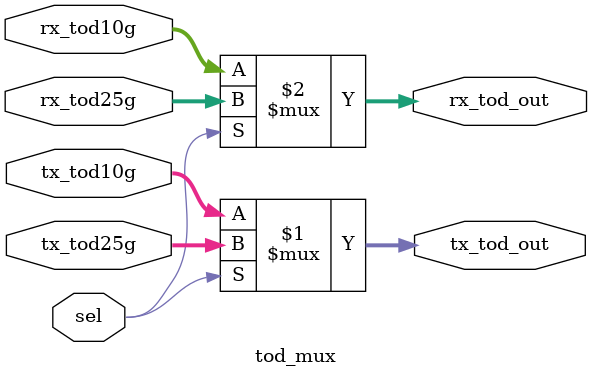
<source format=v>

module tod_mux(tx_tod_out, rx_tod_out, tx_tod10g, rx_tod10g, tx_tod25g, rx_tod25g, sel);

output [95:0]       tx_tod_out;
output [95:0]       rx_tod_out;
input  [95:0]       tx_tod10g;
input  [95:0]       rx_tod10g;
input  [95:0]       tx_tod25g;
input  [95:0]       rx_tod25g;
input               sel;

assign tx_tod_out =(sel)?tx_tod25g:tx_tod10g;
assign rx_tod_out =(sel)?rx_tod25g:rx_tod10g;

endmodule
</source>
